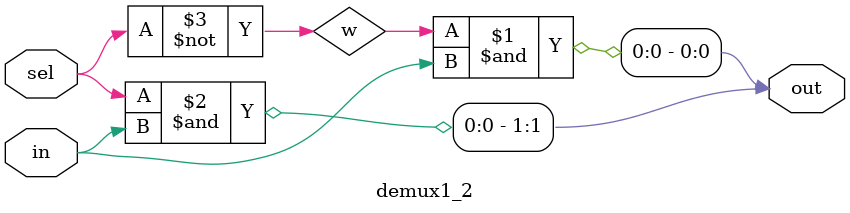
<source format=sv>
`timescale 1ns/10ps
module demux1_2 (
    input logic in,
    input logic sel,
    output logic[1:0] out
);


wire w;

not #(50ps) n1 (w, sel);
and #(50ps) a1 (out[0], w, in);  // out[0] = in & ~sel
and #(50ps) a2 (out[1], sel, in); // out[1] = in & sel

endmodule
</source>
